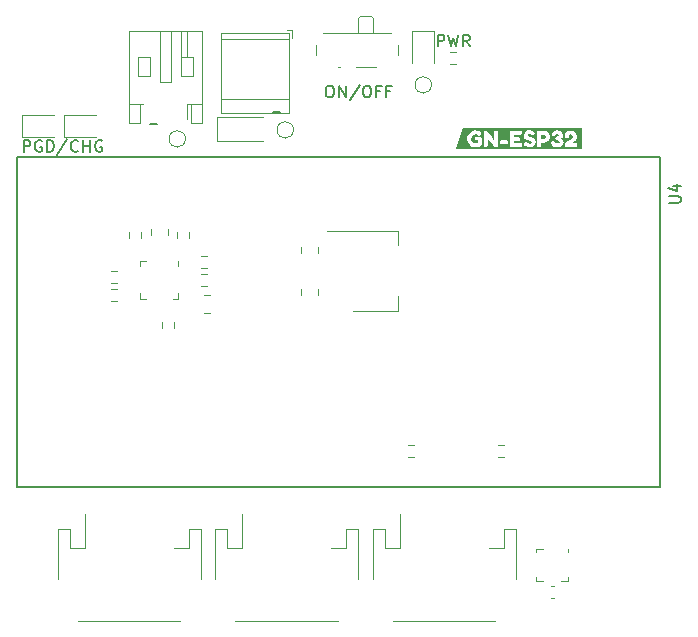
<source format=gbr>
%TF.GenerationSoftware,KiCad,Pcbnew,(6.0.8)*%
%TF.CreationDate,2023-01-25T20:09:53-08:00*%
%TF.ProjectId,GN-ESSP32,474e2d45-5353-4503-9332-2e6b69636164,rev?*%
%TF.SameCoordinates,Original*%
%TF.FileFunction,Legend,Top*%
%TF.FilePolarity,Positive*%
%FSLAX46Y46*%
G04 Gerber Fmt 4.6, Leading zero omitted, Abs format (unit mm)*
G04 Created by KiCad (PCBNEW (6.0.8)) date 2023-01-25 20:09:53*
%MOMM*%
%LPD*%
G01*
G04 APERTURE LIST*
%ADD10C,0.150000*%
%ADD11C,0.120000*%
%ADD12C,0.127000*%
G04 APERTURE END LIST*
D10*
X159988285Y-83365571D02*
X160559714Y-83365571D01*
X149574285Y-84381571D02*
X150145714Y-84381571D01*
X173935554Y-77769018D02*
X173935554Y-76769018D01*
X174316507Y-76769018D01*
X174411745Y-76816638D01*
X174459364Y-76864257D01*
X174506983Y-76959495D01*
X174506983Y-77102352D01*
X174459364Y-77197590D01*
X174411745Y-77245209D01*
X174316507Y-77292828D01*
X173935554Y-77292828D01*
X174840316Y-76769018D02*
X175078411Y-77769018D01*
X175268888Y-77054733D01*
X175459364Y-77769018D01*
X175697459Y-76769018D01*
X176649840Y-77769018D02*
X176316507Y-77292828D01*
X176078411Y-77769018D02*
X176078411Y-76769018D01*
X176459364Y-76769018D01*
X176554602Y-76816638D01*
X176602221Y-76864257D01*
X176649840Y-76959495D01*
X176649840Y-77102352D01*
X176602221Y-77197590D01*
X176554602Y-77245209D01*
X176459364Y-77292828D01*
X176078411Y-77292828D01*
X138877520Y-86699344D02*
X138877520Y-85699344D01*
X139258472Y-85699344D01*
X139353710Y-85746964D01*
X139401329Y-85794583D01*
X139448948Y-85889821D01*
X139448948Y-86032678D01*
X139401329Y-86127916D01*
X139353710Y-86175535D01*
X139258472Y-86223154D01*
X138877520Y-86223154D01*
X140401329Y-85746964D02*
X140306091Y-85699344D01*
X140163234Y-85699344D01*
X140020377Y-85746964D01*
X139925139Y-85842202D01*
X139877520Y-85937440D01*
X139829901Y-86127916D01*
X139829901Y-86270773D01*
X139877520Y-86461249D01*
X139925139Y-86556487D01*
X140020377Y-86651725D01*
X140163234Y-86699344D01*
X140258472Y-86699344D01*
X140401329Y-86651725D01*
X140448948Y-86604106D01*
X140448948Y-86270773D01*
X140258472Y-86270773D01*
X140877520Y-86699344D02*
X140877520Y-85699344D01*
X141115615Y-85699344D01*
X141258472Y-85746964D01*
X141353710Y-85842202D01*
X141401329Y-85937440D01*
X141448948Y-86127916D01*
X141448948Y-86270773D01*
X141401329Y-86461249D01*
X141353710Y-86556487D01*
X141258472Y-86651725D01*
X141115615Y-86699344D01*
X140877520Y-86699344D01*
X142591805Y-85651725D02*
X141734663Y-86937440D01*
X143496567Y-86604106D02*
X143448948Y-86651725D01*
X143306091Y-86699344D01*
X143210853Y-86699344D01*
X143067996Y-86651725D01*
X142972758Y-86556487D01*
X142925139Y-86461249D01*
X142877520Y-86270773D01*
X142877520Y-86127916D01*
X142925139Y-85937440D01*
X142972758Y-85842202D01*
X143067996Y-85746964D01*
X143210853Y-85699344D01*
X143306091Y-85699344D01*
X143448948Y-85746964D01*
X143496567Y-85794583D01*
X143925139Y-86699344D02*
X143925139Y-85699344D01*
X143925139Y-86175535D02*
X144496567Y-86175535D01*
X144496567Y-86699344D02*
X144496567Y-85699344D01*
X145496567Y-85746964D02*
X145401329Y-85699344D01*
X145258472Y-85699344D01*
X145115615Y-85746964D01*
X145020377Y-85842202D01*
X144972758Y-85937440D01*
X144925139Y-86127916D01*
X144925139Y-86270773D01*
X144972758Y-86461249D01*
X145020377Y-86556487D01*
X145115615Y-86651725D01*
X145258472Y-86699344D01*
X145353710Y-86699344D01*
X145496567Y-86651725D01*
X145544186Y-86604106D01*
X145544186Y-86270773D01*
X145353710Y-86270773D01*
X164717924Y-81089713D02*
X164908400Y-81089713D01*
X165003638Y-81137333D01*
X165098876Y-81232571D01*
X165146495Y-81423047D01*
X165146495Y-81756380D01*
X165098876Y-81946856D01*
X165003638Y-82042094D01*
X164908400Y-82089713D01*
X164717924Y-82089713D01*
X164622686Y-82042094D01*
X164527448Y-81946856D01*
X164479829Y-81756380D01*
X164479829Y-81423047D01*
X164527448Y-81232571D01*
X164622686Y-81137333D01*
X164717924Y-81089713D01*
X165575067Y-82089713D02*
X165575067Y-81089713D01*
X166146495Y-82089713D01*
X166146495Y-81089713D01*
X167336972Y-81042094D02*
X166479829Y-82327809D01*
X167860781Y-81089713D02*
X168051257Y-81089713D01*
X168146495Y-81137333D01*
X168241734Y-81232571D01*
X168289353Y-81423047D01*
X168289353Y-81756380D01*
X168241734Y-81946856D01*
X168146495Y-82042094D01*
X168051257Y-82089713D01*
X167860781Y-82089713D01*
X167765543Y-82042094D01*
X167670305Y-81946856D01*
X167622686Y-81756380D01*
X167622686Y-81423047D01*
X167670305Y-81232571D01*
X167765543Y-81137333D01*
X167860781Y-81089713D01*
X169051257Y-81565904D02*
X168717924Y-81565904D01*
X168717924Y-82089713D02*
X168717924Y-81089713D01*
X169194114Y-81089713D01*
X169908400Y-81565904D02*
X169575067Y-81565904D01*
X169575067Y-82089713D02*
X169575067Y-81089713D01*
X170051257Y-81089713D01*
%TO.C,U4*%
X193506214Y-91025023D02*
X194316050Y-91025023D01*
X194411325Y-90977386D01*
X194458963Y-90929749D01*
X194506600Y-90834474D01*
X194506600Y-90643924D01*
X194458963Y-90548649D01*
X194411325Y-90501012D01*
X194316050Y-90453374D01*
X193506214Y-90453374D01*
X193839676Y-89548263D02*
X194506600Y-89548263D01*
X193458577Y-89786450D02*
X194173138Y-90024637D01*
X194173138Y-89405351D01*
D11*
%TO.C,J5*%
X151392000Y-76444000D02*
X151392000Y-80804000D01*
X152192000Y-78704000D02*
X152192000Y-76444000D01*
X152192000Y-78704000D02*
X152192000Y-80304000D01*
X152752000Y-82664000D02*
X152752000Y-83879000D01*
X147832000Y-76444000D02*
X147832000Y-84264000D01*
X153952000Y-84264000D02*
X153952000Y-76444000D01*
X149592000Y-78704000D02*
X149592000Y-80304000D01*
X147832000Y-82664000D02*
X148752000Y-82664000D01*
X150392000Y-80804000D02*
X150392000Y-76444000D01*
X148752000Y-82664000D02*
X149032000Y-82664000D01*
X153952000Y-76444000D02*
X147832000Y-76444000D01*
X153192000Y-78704000D02*
X152192000Y-78704000D01*
X152692000Y-78704000D02*
X152692000Y-76444000D01*
X153032000Y-84264000D02*
X153952000Y-84264000D01*
X152192000Y-80304000D02*
X153192000Y-80304000D01*
X153032000Y-82664000D02*
X153032000Y-84264000D01*
X152752000Y-82664000D02*
X153032000Y-82664000D01*
X148592000Y-78704000D02*
X149592000Y-78704000D01*
X153192000Y-80304000D02*
X153192000Y-78704000D01*
X151392000Y-80804000D02*
X150392000Y-80804000D01*
X153952000Y-82664000D02*
X153032000Y-82664000D01*
X148592000Y-80304000D02*
X148592000Y-78704000D01*
X149592000Y-80304000D02*
X148592000Y-80304000D01*
X147832000Y-84264000D02*
X148752000Y-84264000D01*
X148752000Y-84264000D02*
X148752000Y-82664000D01*
%TO.C,TP1*%
X161736000Y-84836000D02*
G75*
G03*
X161736000Y-84836000I-700000J0D01*
G01*
%TO.C,R8*%
X146320742Y-97804500D02*
X146795258Y-97804500D01*
X146320742Y-96759500D02*
X146795258Y-96759500D01*
%TO.C,R1*%
X171466742Y-112536500D02*
X171941258Y-112536500D01*
X171466742Y-111491500D02*
X171941258Y-111491500D01*
%TO.C,C3*%
X151103000Y-93733252D02*
X151103000Y-93210748D01*
X149633000Y-93733252D02*
X149633000Y-93210748D01*
D12*
%TO.C,U4*%
X138358000Y-115042000D02*
X138358000Y-87142000D01*
X192758000Y-87142000D02*
X192758000Y-115042000D01*
X138358000Y-87142000D02*
X192758000Y-87142000D01*
X192758000Y-115042000D02*
X138358000Y-115042000D01*
%TO.C,kibuzzard-63D1EA0B*%
G36*
X183048942Y-85279865D02*
G01*
X183104187Y-85406547D01*
X183048942Y-85532277D01*
X182936547Y-85574187D01*
X182696517Y-85574187D01*
X182696517Y-85237002D01*
X182934642Y-85237002D01*
X183048942Y-85279865D01*
G37*
G36*
X176051242Y-84716302D02*
G01*
X186173777Y-84716302D01*
X186173777Y-86479698D01*
X175522223Y-86479698D01*
X175791019Y-85583712D01*
X176448117Y-85583712D01*
X176461214Y-85729624D01*
X176500504Y-85864462D01*
X176565989Y-85988227D01*
X176657667Y-86100920D01*
X176767085Y-86194682D01*
X176885790Y-86261654D01*
X177013783Y-86301838D01*
X177151062Y-86315232D01*
X177301080Y-86304874D01*
X177431097Y-86273799D01*
X177541111Y-86222007D01*
X177631122Y-86149498D01*
X177641615Y-86126638D01*
X177836862Y-86126638D01*
X177839719Y-86193313D01*
X177857817Y-86244748D01*
X177907347Y-86283324D01*
X178002597Y-86296182D01*
X178100704Y-86283324D01*
X178151187Y-86244748D01*
X178169284Y-86195218D01*
X178172142Y-86128542D01*
X178172142Y-85501797D01*
X178225376Y-85571224D01*
X178294908Y-85662664D01*
X178380739Y-85776117D01*
X178482868Y-85911584D01*
X178601296Y-86069064D01*
X178736022Y-86248557D01*
X178783647Y-86284753D01*
X178886517Y-86296182D01*
X178984624Y-86283324D01*
X179035107Y-86244748D01*
X179053204Y-86195218D01*
X179056062Y-86128542D01*
X179056062Y-86126638D01*
X180033327Y-86126638D01*
X180044757Y-86223793D01*
X180095239Y-86278085D01*
X180200967Y-86296182D01*
X180955347Y-86296182D01*
X181054407Y-86284753D01*
X181107270Y-86234270D01*
X181124892Y-86128542D01*
X181112033Y-86030435D01*
X181081464Y-85990430D01*
X181220142Y-85990430D01*
X181269672Y-86099967D01*
X181286817Y-86120923D01*
X181342062Y-86179025D01*
X181427787Y-86239033D01*
X181557327Y-86293325D01*
X181639718Y-86309756D01*
X181726872Y-86315232D01*
X181841383Y-86304014D01*
X181951238Y-86270359D01*
X182056437Y-86214268D01*
X182128827Y-86152117D01*
X182147552Y-86124732D01*
X182359332Y-86124732D01*
X182370762Y-86223793D01*
X182421244Y-86276656D01*
X182526972Y-86294277D01*
X182625079Y-86281419D01*
X182675562Y-86242842D01*
X182693659Y-86192360D01*
X182696517Y-86126638D01*
X182696517Y-85911373D01*
X182934642Y-85911373D01*
X183046402Y-85897826D01*
X183091909Y-85880893D01*
X183534717Y-85880893D01*
X183555672Y-85983762D01*
X183559482Y-86002812D01*
X183580437Y-86052343D01*
X183627586Y-86128066D01*
X183681402Y-86187598D01*
X183791468Y-86261681D01*
X183918468Y-86306131D01*
X184062402Y-86320948D01*
X184207393Y-86306237D01*
X184335028Y-86262104D01*
X184445307Y-86188550D01*
X184498119Y-86128542D01*
X184692957Y-86128542D01*
X184742487Y-86248557D01*
X184860597Y-86299992D01*
X185605452Y-86299992D01*
X185723562Y-86277133D01*
X185764519Y-86227602D01*
X185776902Y-86131400D01*
X185765472Y-86034245D01*
X185720704Y-85979000D01*
X185609262Y-85960902D01*
X185260647Y-85960902D01*
X185260647Y-85951377D01*
X185308272Y-85932328D01*
X185426382Y-85868034D01*
X185559732Y-85762783D01*
X185621644Y-85694202D01*
X185674032Y-85606572D01*
X185709751Y-85506560D01*
X185721657Y-85400832D01*
X185705782Y-85269917D01*
X185658157Y-85148949D01*
X185578782Y-85037930D01*
X185473901Y-84949559D01*
X185349758Y-84896537D01*
X185206354Y-84878862D01*
X185063056Y-84896325D01*
X184939231Y-84948712D01*
X184834879Y-85036025D01*
X184756033Y-85145351D01*
X184708726Y-85263778D01*
X184692957Y-85391307D01*
X184702482Y-85488462D01*
X184754393Y-85542755D01*
X184860597Y-85560852D01*
X184957752Y-85549422D01*
X185009187Y-85515132D01*
X185027284Y-85467507D01*
X185030142Y-85404642D01*
X185030142Y-85393212D01*
X185037762Y-85349397D01*
X185088244Y-85260815D01*
X185193972Y-85216047D01*
X185289222Y-85233192D01*
X185339704Y-85270340D01*
X185369232Y-85321775D01*
X185382567Y-85370352D01*
X185364707Y-85453696D01*
X185311129Y-85532277D01*
X185232310Y-85604429D01*
X185138727Y-85668485D01*
X185037762Y-85728969D01*
X184936797Y-85790405D01*
X184843214Y-85858509D01*
X184764394Y-85938995D01*
X184710816Y-86029721D01*
X184692957Y-86128542D01*
X184498119Y-86128542D01*
X184529973Y-86092347D01*
X184580773Y-85980270D01*
X184597707Y-85852318D01*
X184581991Y-85755163D01*
X184534842Y-85669437D01*
X184474834Y-85607525D01*
X184418637Y-85566567D01*
X184418637Y-85553232D01*
X184501187Y-85493437D01*
X184550717Y-85413109D01*
X184567227Y-85312250D01*
X184552198Y-85204829D01*
X184507113Y-85104817D01*
X184431972Y-85012212D01*
X184330795Y-84938129D01*
X184207605Y-84893679D01*
X184062402Y-84878862D01*
X183967866Y-84885530D01*
X183882379Y-84905532D01*
X183756649Y-84964587D01*
X183677592Y-85039835D01*
X183635682Y-85099842D01*
X183591867Y-85229382D01*
X183615679Y-85297486D01*
X183687117Y-85357017D01*
X183791892Y-85391307D01*
X183864282Y-85367495D01*
X183917622Y-85296057D01*
X183929052Y-85273197D01*
X183978582Y-85227477D01*
X184086214Y-85204617D01*
X184191942Y-85240812D01*
X184230042Y-85317012D01*
X184193847Y-85372734D01*
X184085262Y-85391307D01*
X183986202Y-85400832D01*
X183933338Y-85452744D01*
X183915717Y-85558947D01*
X183928576Y-85656579D01*
X183967152Y-85705632D01*
X184016682Y-85724683D01*
X184103359Y-85728492D01*
X184213849Y-85767545D01*
X184260522Y-85858033D01*
X184212897Y-85950425D01*
X184151937Y-85981143D01*
X184064307Y-85991382D01*
X183984297Y-85979952D01*
X183879522Y-85888513D01*
X183822372Y-85789452D01*
X183721407Y-85770402D01*
X183581389Y-85798025D01*
X183534717Y-85880893D01*
X183091909Y-85880893D01*
X183155622Y-85857186D01*
X183262302Y-85789452D01*
X183333263Y-85720158D01*
X183389937Y-85630385D01*
X183427084Y-85524419D01*
X183439467Y-85406547D01*
X183427084Y-85288437D01*
X183389937Y-85181757D01*
X183333263Y-85091270D01*
X183262302Y-85021737D01*
X183155833Y-84954004D01*
X183047248Y-84913364D01*
X182936547Y-84899818D01*
X182528877Y-84899818D01*
X182430769Y-84912676D01*
X182380287Y-84951252D01*
X182362189Y-85001735D01*
X182359332Y-85067457D01*
X182359332Y-86124732D01*
X182147552Y-86124732D01*
X182185977Y-86068535D01*
X182223124Y-85966856D01*
X182235507Y-85850412D01*
X182223362Y-85736351D01*
X182186929Y-85641815D01*
X182132399Y-85569663D01*
X182065962Y-85522752D01*
X181990238Y-85491082D01*
X181907847Y-85464650D01*
X181825455Y-85443933D01*
X181749732Y-85429407D01*
X181628764Y-85385592D01*
X181580187Y-85300820D01*
X181621144Y-85218905D01*
X181724014Y-85189377D01*
X181825932Y-85214142D01*
X181855459Y-85238907D01*
X181877367Y-85257957D01*
X181976427Y-85296057D01*
X182044054Y-85272245D01*
X182109777Y-85200807D01*
X182155497Y-85096032D01*
X182096442Y-85002687D01*
X182048817Y-84966492D01*
X181918324Y-84906485D01*
X181819026Y-84884339D01*
X181709727Y-84876957D01*
X181576271Y-84890822D01*
X181462923Y-84932414D01*
X181369684Y-85001735D01*
X181300363Y-85089682D01*
X181258771Y-85187155D01*
X181244907Y-85294152D01*
X181257051Y-85407262D01*
X181293484Y-85502750D01*
X181348015Y-85577759D01*
X181414452Y-85629432D01*
X181489699Y-85666818D01*
X181570662Y-85698965D01*
X181651624Y-85724444D01*
X181726872Y-85741827D01*
X181847839Y-85784690D01*
X181896417Y-85858033D01*
X181876732Y-85938466D01*
X181817677Y-85986726D01*
X181719252Y-86002812D01*
X181627812Y-85973285D01*
X181551612Y-85911373D01*
X181466839Y-85839935D01*
X181403022Y-85816122D01*
X181302057Y-85861842D01*
X181240620Y-85933994D01*
X181220142Y-85990430D01*
X181081464Y-85990430D01*
X181073457Y-85979952D01*
X181022974Y-85961855D01*
X180957252Y-85958997D01*
X180370512Y-85958997D01*
X180370512Y-85766592D01*
X180743892Y-85766592D01*
X180842952Y-85755163D01*
X180897244Y-85704680D01*
X180915342Y-85598952D01*
X180902483Y-85500845D01*
X180863907Y-85450362D01*
X180813424Y-85432265D01*
X180747702Y-85429407D01*
X180370512Y-85429407D01*
X180370512Y-85237002D01*
X180955347Y-85237002D01*
X181054407Y-85225572D01*
X181107270Y-85175090D01*
X181124892Y-85069362D01*
X181112033Y-84971255D01*
X181073457Y-84920772D01*
X181022974Y-84902675D01*
X180957252Y-84899818D01*
X180206682Y-84899818D01*
X180069522Y-84935060D01*
X180033327Y-85067457D01*
X180033327Y-86126638D01*
X179056062Y-86126638D01*
X179056062Y-85878987D01*
X179179887Y-85878987D01*
X179189412Y-85966617D01*
X179231798Y-86015195D01*
X179317047Y-86031388D01*
X179770437Y-86031388D01*
X179865687Y-86014243D01*
X179899024Y-85967570D01*
X179909502Y-85880893D01*
X179898072Y-85793263D01*
X179857114Y-85746114D01*
X179772342Y-85730397D01*
X179318952Y-85730397D01*
X179227512Y-85747543D01*
X179191317Y-85793263D01*
X179179887Y-85878987D01*
X179056062Y-85878987D01*
X179056062Y-85071267D01*
X179044632Y-84974113D01*
X179020819Y-84934107D01*
X178971289Y-84911247D01*
X178883659Y-84901722D01*
X178793172Y-84913152D01*
X178738879Y-84957920D01*
X178720782Y-85063647D01*
X178720782Y-85707537D01*
X178668288Y-85638799D01*
X178600978Y-85549422D01*
X178518852Y-85439409D01*
X178421908Y-85308757D01*
X178310148Y-85157469D01*
X178183572Y-84985542D01*
X178139757Y-84936012D01*
X178093084Y-84912200D01*
X178002597Y-84901722D01*
X177909252Y-84913152D01*
X177854959Y-84957920D01*
X177836862Y-85063647D01*
X177836862Y-86126638D01*
X177641615Y-86126638D01*
X177684462Y-86033292D01*
X177684462Y-85614192D01*
X177665412Y-85507512D01*
X177539682Y-85454172D01*
X177204402Y-85454172D01*
X177112962Y-85471317D01*
X177081529Y-85513227D01*
X177072957Y-85594190D01*
X177080577Y-85674200D01*
X177112962Y-85718968D01*
X177196782Y-85734208D01*
X177347277Y-85734208D01*
X177347277Y-85941853D01*
X177258218Y-85967570D01*
X177158682Y-85976142D01*
X177021522Y-85947329D01*
X176899602Y-85860890D01*
X176836102Y-85778552D01*
X176798002Y-85685207D01*
X176785302Y-85580855D01*
X176813401Y-85431789D01*
X176897697Y-85314155D01*
X177018188Y-85237717D01*
X177154872Y-85212237D01*
X177257742Y-85225334D01*
X177345372Y-85264625D01*
X177461577Y-85317012D01*
X177525870Y-85291771D01*
X177596832Y-85216047D01*
X177640647Y-85108415D01*
X177589212Y-85023642D01*
X177453110Y-84941092D01*
X177311505Y-84891562D01*
X177164397Y-84875052D01*
X177024379Y-84887733D01*
X176893887Y-84925773D01*
X176772919Y-84989174D01*
X176661477Y-85077935D01*
X176568132Y-85185627D01*
X176501457Y-85305821D01*
X176461452Y-85438516D01*
X176448117Y-85583712D01*
X175791019Y-85583712D01*
X176051242Y-84716302D01*
G37*
D11*
%TO.C,TP2*%
X152592000Y-85598000D02*
G75*
G03*
X152592000Y-85598000I-700000J0D01*
G01*
%TO.C,R10*%
X175497258Y-79262500D02*
X175022742Y-79262500D01*
X175497258Y-78217500D02*
X175022742Y-78217500D01*
%TO.C,J4*%
X161357596Y-83380000D02*
X161357596Y-76640000D01*
X161597596Y-77040000D02*
X161597596Y-76400000D01*
X161357596Y-82260000D02*
X155577596Y-82260000D01*
X161357596Y-83380000D02*
X155577596Y-83380000D01*
X161357596Y-76640000D02*
X155577596Y-76640000D01*
X155577596Y-83380000D02*
X155577596Y-76640000D01*
X161597596Y-76400000D02*
X161197596Y-76400000D01*
X161357596Y-77160000D02*
X155577596Y-77160000D01*
%TO.C,R6*%
X148858500Y-93963258D02*
X148858500Y-93488742D01*
X147813500Y-93963258D02*
X147813500Y-93488742D01*
%TO.C,TP3*%
X173420000Y-81026000D02*
G75*
G03*
X173420000Y-81026000I-700000J0D01*
G01*
%TO.C,R5*%
X153940742Y-98058500D02*
X154415258Y-98058500D01*
X153940742Y-97013500D02*
X154415258Y-97013500D01*
%TO.C,D3*%
X145004554Y-83543666D02*
X142319554Y-83543666D01*
X142319554Y-85463666D02*
X145004554Y-85463666D01*
X142319554Y-83543666D02*
X142319554Y-85463666D01*
%TO.C,U3*%
X170566000Y-93364000D02*
X170566000Y-94624000D01*
X170566000Y-100184000D02*
X170566000Y-98924000D01*
X164556000Y-93364000D02*
X170566000Y-93364000D01*
X166806000Y-100184000D02*
X170566000Y-100184000D01*
%TO.C,C1*%
X154137084Y-98838820D02*
X154659588Y-98838820D01*
X154137084Y-100308820D02*
X154659588Y-100308820D01*
%TO.C,R7*%
X146320742Y-99328500D02*
X146795258Y-99328500D01*
X146320742Y-98283500D02*
X146795258Y-98283500D01*
%TO.C,D1*%
X155230000Y-83774016D02*
X159130000Y-83774016D01*
X155230000Y-85774016D02*
X159130000Y-85774016D01*
X155230000Y-83774016D02*
X155230000Y-85774016D01*
%TO.C,R9*%
X151877500Y-93963258D02*
X151877500Y-93488742D01*
X152922500Y-93963258D02*
X152922500Y-93488742D01*
%TO.C,R2*%
X179086742Y-112536500D02*
X179561258Y-112536500D01*
X179086742Y-111491500D02*
X179561258Y-111491500D01*
%TO.C,C5*%
X162333000Y-95257252D02*
X162333000Y-94734748D01*
X163803000Y-95257252D02*
X163803000Y-94734748D01*
%TO.C,J2*%
X155103000Y-122860000D02*
X155103000Y-118610000D01*
X156123000Y-120210000D02*
X157403000Y-120210000D01*
X157403000Y-120210000D02*
X157403000Y-117320000D01*
X167223000Y-118610000D02*
X166203000Y-118610000D01*
X156823000Y-126430000D02*
X165503000Y-126430000D01*
X155103000Y-118610000D02*
X156123000Y-118610000D01*
X166203000Y-118610000D02*
X166203000Y-120210000D01*
X156123000Y-118610000D02*
X156123000Y-120210000D01*
X166203000Y-120210000D02*
X164923000Y-120210000D01*
X167223000Y-122860000D02*
X167223000Y-118610000D01*
%TO.C,SW1*%
X167203596Y-75380024D02*
X167403596Y-75170024D01*
X169953596Y-76670024D02*
X164253596Y-76670024D01*
X167203596Y-75380024D02*
X167203596Y-76670024D01*
X170553596Y-78470024D02*
X170553596Y-77680024D01*
X163653596Y-77680024D02*
X163653596Y-78470024D01*
X168303596Y-75170024D02*
X167403596Y-75170024D01*
X165703596Y-79520024D02*
X165503596Y-79520024D01*
X168703596Y-79520024D02*
X167003596Y-79520024D01*
X168503596Y-75380024D02*
X168303596Y-75170024D01*
X168503596Y-76670024D02*
X168503596Y-75380024D01*
%TO.C,J1*%
X170738000Y-120210000D02*
X170738000Y-117320000D01*
X168438000Y-122860000D02*
X168438000Y-118610000D01*
X170158000Y-126430000D02*
X178838000Y-126430000D01*
X180558000Y-122860000D02*
X180558000Y-118610000D01*
X169458000Y-120210000D02*
X170738000Y-120210000D01*
X179538000Y-120210000D02*
X178258000Y-120210000D01*
X169458000Y-118610000D02*
X169458000Y-120210000D01*
X179538000Y-118610000D02*
X179538000Y-120210000D01*
X180558000Y-118610000D02*
X179538000Y-118610000D01*
X168438000Y-118610000D02*
X169458000Y-118610000D01*
%TO.C,R3*%
X150607500Y-101108742D02*
X150607500Y-101583258D01*
X151652500Y-101108742D02*
X151652500Y-101583258D01*
%TO.C,C6*%
X183502318Y-124475712D02*
X183783478Y-124475712D01*
X183502318Y-123455712D02*
X183783478Y-123455712D01*
%TO.C,U2*%
X151978000Y-98671000D02*
X151978000Y-99146000D01*
X151978000Y-96401000D02*
X151978000Y-95926000D01*
X151978000Y-99146000D02*
X151503000Y-99146000D01*
X148758000Y-98671000D02*
X148758000Y-99146000D01*
X148758000Y-99146000D02*
X149233000Y-99146000D01*
X148758000Y-96401000D02*
X148758000Y-95926000D01*
X148758000Y-95926000D02*
X149233000Y-95926000D01*
%TO.C,D4*%
X173651596Y-79179024D02*
X173651596Y-76494024D01*
X173651596Y-76494024D02*
X171731596Y-76494024D01*
X171731596Y-76494024D02*
X171731596Y-79179024D01*
%TO.C,D2*%
X138763554Y-83543666D02*
X138763554Y-85463666D01*
X138763554Y-85463666D02*
X141448554Y-85463666D01*
X141448554Y-83543666D02*
X138763554Y-83543666D01*
%TO.C,J3*%
X141768000Y-118610000D02*
X142788000Y-118610000D01*
X144068000Y-120210000D02*
X144068000Y-117320000D01*
X142788000Y-118610000D02*
X142788000Y-120210000D01*
X143488000Y-126430000D02*
X152168000Y-126430000D01*
X153888000Y-118610000D02*
X152868000Y-118610000D01*
X153888000Y-122860000D02*
X153888000Y-118610000D01*
X152868000Y-118610000D02*
X152868000Y-120210000D01*
X142788000Y-120210000D02*
X144068000Y-120210000D01*
X141768000Y-122860000D02*
X141768000Y-118610000D01*
X152868000Y-120210000D02*
X151588000Y-120210000D01*
%TO.C,C4*%
X163803000Y-98813252D02*
X163803000Y-98290748D01*
X162333000Y-98813252D02*
X162333000Y-98290748D01*
%TO.C,U1*%
X185002000Y-120606000D02*
X185002000Y-120306000D01*
X182282000Y-122726000D02*
X182282000Y-123026000D01*
X185002000Y-122726000D02*
X185002000Y-123026000D01*
X182282000Y-123026000D02*
X182882000Y-123026000D01*
X182282000Y-120306000D02*
X182882000Y-120306000D01*
X182282000Y-120606000D02*
X182282000Y-120306000D01*
X185002000Y-123026000D02*
X184402000Y-123026000D01*
%TO.C,R4*%
X153940742Y-95489500D02*
X154415258Y-95489500D01*
X153940742Y-96534500D02*
X154415258Y-96534500D01*
%TD*%
M02*

</source>
